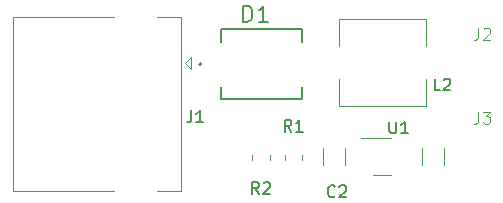
<source format=gbr>
%TF.GenerationSoftware,KiCad,Pcbnew,7.99.0-779-ga24a63e416*%
%TF.CreationDate,2023-06-04T17:09:06+04:00*%
%TF.ProjectId,mt36-08,6d743336-2d30-4382-9e6b-696361645f70,rev?*%
%TF.SameCoordinates,Original*%
%TF.FileFunction,Legend,Top*%
%TF.FilePolarity,Positive*%
%FSLAX46Y46*%
G04 Gerber Fmt 4.6, Leading zero omitted, Abs format (unit mm)*
G04 Created by KiCad (PCBNEW 7.99.0-779-ga24a63e416) date 2023-06-04 17:09:06*
%MOMM*%
%LPD*%
G01*
G04 APERTURE LIST*
%ADD10C,0.150000*%
%ADD11C,0.100000*%
%ADD12C,0.120000*%
%ADD13C,0.127000*%
%ADD14C,0.200000*%
G04 APERTURE END LIST*
D10*
%TO.C,C2*%
X99478333Y-89032380D02*
X99430714Y-89080000D01*
X99430714Y-89080000D02*
X99287857Y-89127619D01*
X99287857Y-89127619D02*
X99192619Y-89127619D01*
X99192619Y-89127619D02*
X99049762Y-89080000D01*
X99049762Y-89080000D02*
X98954524Y-88984761D01*
X98954524Y-88984761D02*
X98906905Y-88889523D01*
X98906905Y-88889523D02*
X98859286Y-88699047D01*
X98859286Y-88699047D02*
X98859286Y-88556190D01*
X98859286Y-88556190D02*
X98906905Y-88365714D01*
X98906905Y-88365714D02*
X98954524Y-88270476D01*
X98954524Y-88270476D02*
X99049762Y-88175238D01*
X99049762Y-88175238D02*
X99192619Y-88127619D01*
X99192619Y-88127619D02*
X99287857Y-88127619D01*
X99287857Y-88127619D02*
X99430714Y-88175238D01*
X99430714Y-88175238D02*
X99478333Y-88222857D01*
X99859286Y-88222857D02*
X99906905Y-88175238D01*
X99906905Y-88175238D02*
X100002143Y-88127619D01*
X100002143Y-88127619D02*
X100240238Y-88127619D01*
X100240238Y-88127619D02*
X100335476Y-88175238D01*
X100335476Y-88175238D02*
X100383095Y-88222857D01*
X100383095Y-88222857D02*
X100430714Y-88318095D01*
X100430714Y-88318095D02*
X100430714Y-88413333D01*
X100430714Y-88413333D02*
X100383095Y-88556190D01*
X100383095Y-88556190D02*
X99811667Y-89127619D01*
X99811667Y-89127619D02*
X100430714Y-89127619D01*
%TO.C,R2*%
X93051333Y-88854619D02*
X92718000Y-88378428D01*
X92479905Y-88854619D02*
X92479905Y-87854619D01*
X92479905Y-87854619D02*
X92860857Y-87854619D01*
X92860857Y-87854619D02*
X92956095Y-87902238D01*
X92956095Y-87902238D02*
X93003714Y-87949857D01*
X93003714Y-87949857D02*
X93051333Y-88045095D01*
X93051333Y-88045095D02*
X93051333Y-88187952D01*
X93051333Y-88187952D02*
X93003714Y-88283190D01*
X93003714Y-88283190D02*
X92956095Y-88330809D01*
X92956095Y-88330809D02*
X92860857Y-88378428D01*
X92860857Y-88378428D02*
X92479905Y-88378428D01*
X93432286Y-87949857D02*
X93479905Y-87902238D01*
X93479905Y-87902238D02*
X93575143Y-87854619D01*
X93575143Y-87854619D02*
X93813238Y-87854619D01*
X93813238Y-87854619D02*
X93908476Y-87902238D01*
X93908476Y-87902238D02*
X93956095Y-87949857D01*
X93956095Y-87949857D02*
X94003714Y-88045095D01*
X94003714Y-88045095D02*
X94003714Y-88140333D01*
X94003714Y-88140333D02*
X93956095Y-88283190D01*
X93956095Y-88283190D02*
X93384667Y-88854619D01*
X93384667Y-88854619D02*
X94003714Y-88854619D01*
%TO.C,L2*%
X108393333Y-80083619D02*
X107917143Y-80083619D01*
X107917143Y-80083619D02*
X107917143Y-79083619D01*
X108679048Y-79178857D02*
X108726667Y-79131238D01*
X108726667Y-79131238D02*
X108821905Y-79083619D01*
X108821905Y-79083619D02*
X109060000Y-79083619D01*
X109060000Y-79083619D02*
X109155238Y-79131238D01*
X109155238Y-79131238D02*
X109202857Y-79178857D01*
X109202857Y-79178857D02*
X109250476Y-79274095D01*
X109250476Y-79274095D02*
X109250476Y-79369333D01*
X109250476Y-79369333D02*
X109202857Y-79512190D01*
X109202857Y-79512190D02*
X108631429Y-80083619D01*
X108631429Y-80083619D02*
X109250476Y-80083619D01*
%TO.C,J1*%
X87310666Y-81776619D02*
X87310666Y-82490904D01*
X87310666Y-82490904D02*
X87263047Y-82633761D01*
X87263047Y-82633761D02*
X87167809Y-82729000D01*
X87167809Y-82729000D02*
X87024952Y-82776619D01*
X87024952Y-82776619D02*
X86929714Y-82776619D01*
X88310666Y-82776619D02*
X87739238Y-82776619D01*
X88024952Y-82776619D02*
X88024952Y-81776619D01*
X88024952Y-81776619D02*
X87929714Y-81919476D01*
X87929714Y-81919476D02*
X87834476Y-82014714D01*
X87834476Y-82014714D02*
X87739238Y-82062333D01*
D11*
%TO.C,J3*%
X111630666Y-81885619D02*
X111630666Y-82599904D01*
X111630666Y-82599904D02*
X111583047Y-82742761D01*
X111583047Y-82742761D02*
X111487809Y-82838000D01*
X111487809Y-82838000D02*
X111344952Y-82885619D01*
X111344952Y-82885619D02*
X111249714Y-82885619D01*
X112011619Y-81885619D02*
X112630666Y-81885619D01*
X112630666Y-81885619D02*
X112297333Y-82266571D01*
X112297333Y-82266571D02*
X112440190Y-82266571D01*
X112440190Y-82266571D02*
X112535428Y-82314190D01*
X112535428Y-82314190D02*
X112583047Y-82361809D01*
X112583047Y-82361809D02*
X112630666Y-82457047D01*
X112630666Y-82457047D02*
X112630666Y-82695142D01*
X112630666Y-82695142D02*
X112583047Y-82790380D01*
X112583047Y-82790380D02*
X112535428Y-82838000D01*
X112535428Y-82838000D02*
X112440190Y-82885619D01*
X112440190Y-82885619D02*
X112154476Y-82885619D01*
X112154476Y-82885619D02*
X112059238Y-82838000D01*
X112059238Y-82838000D02*
X112011619Y-82790380D01*
D10*
%TO.C,U1*%
X104090095Y-82721619D02*
X104090095Y-83531142D01*
X104090095Y-83531142D02*
X104137714Y-83626380D01*
X104137714Y-83626380D02*
X104185333Y-83674000D01*
X104185333Y-83674000D02*
X104280571Y-83721619D01*
X104280571Y-83721619D02*
X104471047Y-83721619D01*
X104471047Y-83721619D02*
X104566285Y-83674000D01*
X104566285Y-83674000D02*
X104613904Y-83626380D01*
X104613904Y-83626380D02*
X104661523Y-83531142D01*
X104661523Y-83531142D02*
X104661523Y-82721619D01*
X105661523Y-83721619D02*
X105090095Y-83721619D01*
X105375809Y-83721619D02*
X105375809Y-82721619D01*
X105375809Y-82721619D02*
X105280571Y-82864476D01*
X105280571Y-82864476D02*
X105185333Y-82959714D01*
X105185333Y-82959714D02*
X105090095Y-83007333D01*
%TO.C,R1*%
X95795333Y-83567619D02*
X95462000Y-83091428D01*
X95223905Y-83567619D02*
X95223905Y-82567619D01*
X95223905Y-82567619D02*
X95604857Y-82567619D01*
X95604857Y-82567619D02*
X95700095Y-82615238D01*
X95700095Y-82615238D02*
X95747714Y-82662857D01*
X95747714Y-82662857D02*
X95795333Y-82758095D01*
X95795333Y-82758095D02*
X95795333Y-82900952D01*
X95795333Y-82900952D02*
X95747714Y-82996190D01*
X95747714Y-82996190D02*
X95700095Y-83043809D01*
X95700095Y-83043809D02*
X95604857Y-83091428D01*
X95604857Y-83091428D02*
X95223905Y-83091428D01*
X96747714Y-83567619D02*
X96176286Y-83567619D01*
X96462000Y-83567619D02*
X96462000Y-82567619D01*
X96462000Y-82567619D02*
X96366762Y-82710476D01*
X96366762Y-82710476D02*
X96271524Y-82805714D01*
X96271524Y-82805714D02*
X96176286Y-82853333D01*
%TO.C,D1*%
X91680667Y-74307666D02*
X91680667Y-72907666D01*
X91680667Y-72907666D02*
X92014000Y-72907666D01*
X92014000Y-72907666D02*
X92214000Y-72974333D01*
X92214000Y-72974333D02*
X92347334Y-73107666D01*
X92347334Y-73107666D02*
X92414000Y-73241000D01*
X92414000Y-73241000D02*
X92480667Y-73507666D01*
X92480667Y-73507666D02*
X92480667Y-73707666D01*
X92480667Y-73707666D02*
X92414000Y-73974333D01*
X92414000Y-73974333D02*
X92347334Y-74107666D01*
X92347334Y-74107666D02*
X92214000Y-74241000D01*
X92214000Y-74241000D02*
X92014000Y-74307666D01*
X92014000Y-74307666D02*
X91680667Y-74307666D01*
X93814000Y-74307666D02*
X93014000Y-74307666D01*
X93414000Y-74307666D02*
X93414000Y-72907666D01*
X93414000Y-72907666D02*
X93280667Y-73107666D01*
X93280667Y-73107666D02*
X93147334Y-73241000D01*
X93147334Y-73241000D02*
X93014000Y-73307666D01*
D11*
%TO.C,J2*%
X111630666Y-74773619D02*
X111630666Y-75487904D01*
X111630666Y-75487904D02*
X111583047Y-75630761D01*
X111583047Y-75630761D02*
X111487809Y-75726000D01*
X111487809Y-75726000D02*
X111344952Y-75773619D01*
X111344952Y-75773619D02*
X111249714Y-75773619D01*
X112059238Y-74868857D02*
X112106857Y-74821238D01*
X112106857Y-74821238D02*
X112202095Y-74773619D01*
X112202095Y-74773619D02*
X112440190Y-74773619D01*
X112440190Y-74773619D02*
X112535428Y-74821238D01*
X112535428Y-74821238D02*
X112583047Y-74868857D01*
X112583047Y-74868857D02*
X112630666Y-74964095D01*
X112630666Y-74964095D02*
X112630666Y-75059333D01*
X112630666Y-75059333D02*
X112583047Y-75202190D01*
X112583047Y-75202190D02*
X112011619Y-75773619D01*
X112011619Y-75773619D02*
X112630666Y-75773619D01*
D12*
%TO.C,C2*%
X98481000Y-84964748D02*
X98481000Y-86387252D01*
X100301000Y-84964748D02*
X100301000Y-86387252D01*
%TO.C,R2*%
X92483000Y-85975564D02*
X92483000Y-85521436D01*
X93953000Y-85975564D02*
X93953000Y-85521436D01*
%TO.C,L2*%
X99780000Y-74024000D02*
X107180000Y-74024000D01*
X99780000Y-76324000D02*
X99780000Y-74024000D01*
X99780000Y-81424000D02*
X99780000Y-79124000D01*
X107180000Y-74024000D02*
X107180000Y-76324000D01*
X107180000Y-79124000D02*
X107180000Y-81424000D01*
X107180000Y-81424000D02*
X99780000Y-81424000D01*
%TO.C,J1*%
X72194000Y-73904000D02*
X72194000Y-88624000D01*
X80734000Y-73904000D02*
X72194000Y-73904000D01*
X80734000Y-88624000D02*
X72194000Y-88624000D01*
X84434000Y-88624000D02*
X86414000Y-88624000D01*
X86414000Y-73904000D02*
X84434000Y-73904000D01*
X86414000Y-73904000D02*
X86414000Y-88624000D01*
X86794000Y-77764000D02*
X87294000Y-78264000D01*
X87294000Y-77264000D02*
X86794000Y-77764000D01*
X87294000Y-78264000D02*
X87294000Y-77264000D01*
%TO.C,U1*%
X103460500Y-84099000D02*
X101660500Y-84099000D01*
X103460500Y-84099000D02*
X104260500Y-84099000D01*
X103460500Y-87219000D02*
X102660500Y-87219000D01*
X103460500Y-87219000D02*
X104260500Y-87219000D01*
%TO.C,R1*%
X95227000Y-85521436D02*
X95227000Y-85975564D01*
X96697000Y-85521436D02*
X96697000Y-85975564D01*
D13*
%TO.C,D1*%
X89831500Y-74901000D02*
X89831500Y-75941000D01*
X89831500Y-79761000D02*
X89831500Y-80801000D01*
X89831500Y-80801000D02*
X96706500Y-80801000D01*
X96706500Y-74901000D02*
X89831500Y-74901000D01*
X96706500Y-75941000D02*
X96706500Y-74901000D01*
X96706500Y-80801000D02*
X96706500Y-79761000D01*
D14*
X88169000Y-77851000D02*
G75*
G03*
X88169000Y-77851000I-100000J0D01*
G01*
D12*
%TO.C,C1*%
X106863000Y-84964748D02*
X106863000Y-86387252D01*
X108683000Y-84964748D02*
X108683000Y-86387252D01*
%TD*%
M02*

</source>
